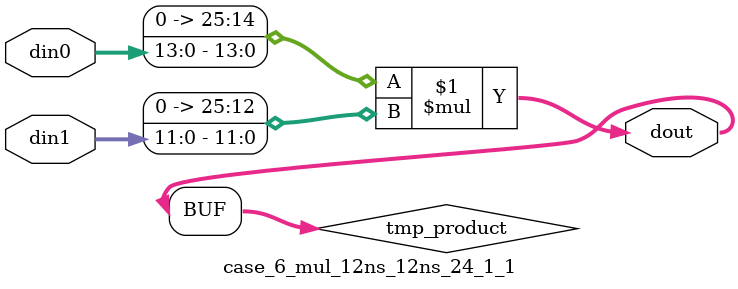
<source format=v>

`timescale 1 ns / 1 ps

 (* use_dsp = "no" *)  module case_6_mul_12ns_12ns_24_1_1(din0, din1, dout);
parameter ID = 1;
parameter NUM_STAGE = 0;
parameter din0_WIDTH = 14;
parameter din1_WIDTH = 12;
parameter dout_WIDTH = 26;

input [din0_WIDTH - 1 : 0] din0; 
input [din1_WIDTH - 1 : 0] din1; 
output [dout_WIDTH - 1 : 0] dout;

wire signed [dout_WIDTH - 1 : 0] tmp_product;
























assign tmp_product = $signed({1'b0, din0}) * $signed({1'b0, din1});











assign dout = tmp_product;





















endmodule

</source>
